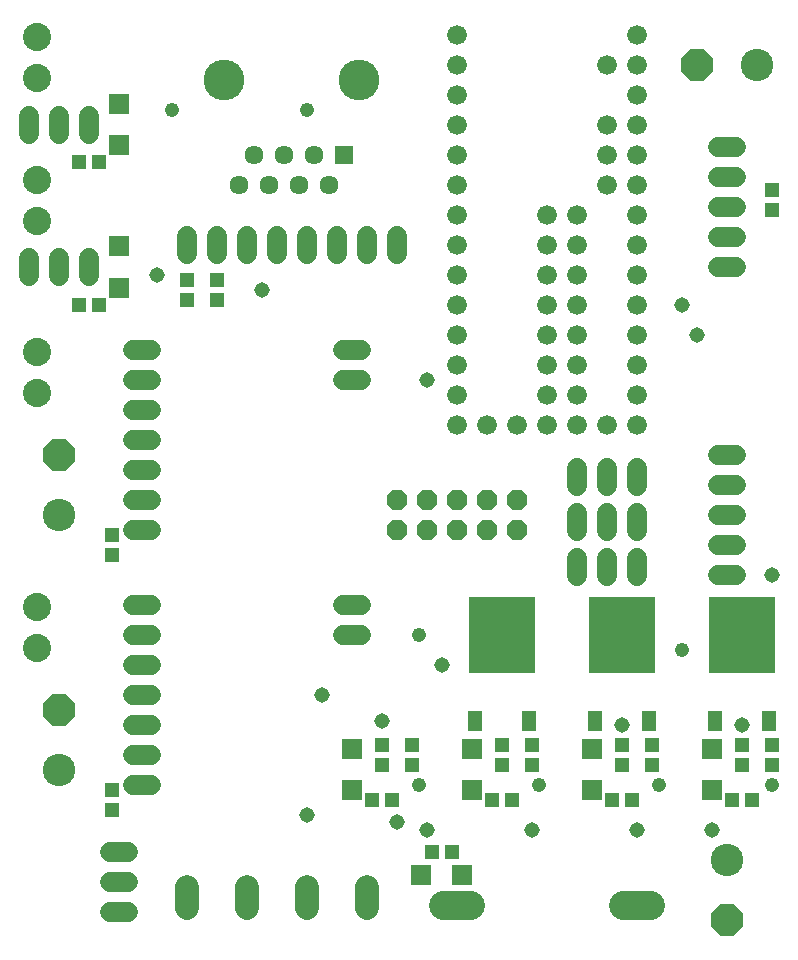
<source format=gts>
G75*
%MOIN*%
%OFA0B0*%
%FSLAX24Y24*%
%IPPOS*%
%LPD*%
%AMOC8*
5,1,8,0,0,1.08239X$1,22.5*
%
%ADD10C,0.1080*%
%ADD11OC8,0.1080*%
%ADD12R,0.0474X0.0513*%
%ADD13C,0.0965*%
%ADD14R,0.2206X0.2521*%
%ADD15R,0.0474X0.0710*%
%ADD16R,0.0671X0.0671*%
%ADD17R,0.0513X0.0474*%
%ADD18C,0.0680*%
%ADD19C,0.0660*%
%ADD20C,0.0785*%
%ADD21C,0.0940*%
%ADD22OC8,0.0680*%
%ADD23C,0.0634*%
%ADD24R,0.0634X0.0634*%
%ADD25C,0.1360*%
%ADD26C,0.0516*%
%ADD27C,0.0476*%
D10*
X002430Y006180D03*
X002430Y014680D03*
X024680Y003180D03*
X025680Y029680D03*
D11*
X023680Y029680D03*
X002430Y016680D03*
X002430Y008180D03*
X024680Y001180D03*
D12*
X024845Y005180D03*
X025515Y005180D03*
X025180Y006345D03*
X025180Y007015D03*
X026180Y007015D03*
X026180Y006345D03*
X022180Y006345D03*
X022180Y007015D03*
X021180Y007015D03*
X021180Y006345D03*
X020845Y005180D03*
X021515Y005180D03*
X018180Y006345D03*
X018180Y007015D03*
X017180Y007015D03*
X017180Y006345D03*
X016845Y005180D03*
X017515Y005180D03*
X015515Y003430D03*
X014845Y003430D03*
X013515Y005180D03*
X012845Y005180D03*
X013180Y006345D03*
X013180Y007015D03*
X014180Y007015D03*
X014180Y006345D03*
X003765Y021680D03*
X003095Y021680D03*
X003095Y026430D03*
X003765Y026430D03*
D13*
X015238Y001680D02*
X016123Y001680D01*
X021238Y001680D02*
X022123Y001680D01*
D14*
X021180Y010664D03*
X017180Y010664D03*
X025180Y010664D03*
D15*
X024282Y007790D03*
X026078Y007790D03*
X022078Y007790D03*
X020282Y007790D03*
X018078Y007790D03*
X016282Y007790D03*
D16*
X016180Y006869D03*
X016180Y005491D03*
X015869Y002680D03*
X014491Y002680D03*
X012180Y005491D03*
X012180Y006869D03*
X020180Y006869D03*
X020180Y005491D03*
X024180Y005491D03*
X024180Y006869D03*
X004430Y022241D03*
X004430Y023619D03*
X004430Y026991D03*
X004430Y028369D03*
D17*
X006680Y022515D03*
X006680Y021845D03*
X007680Y021845D03*
X007680Y022515D03*
X004180Y014015D03*
X004180Y013345D03*
X004180Y005515D03*
X004180Y004845D03*
X026180Y024845D03*
X026180Y025515D03*
D18*
X004730Y001430D02*
X004130Y001430D01*
X004130Y002430D02*
X004730Y002430D01*
X004730Y003430D02*
X004130Y003430D01*
X004880Y005680D02*
X005480Y005680D01*
X005480Y006680D02*
X004880Y006680D01*
X004880Y007680D02*
X005480Y007680D01*
X005480Y008680D02*
X004880Y008680D01*
X004880Y009680D02*
X005480Y009680D01*
X005480Y010680D02*
X004880Y010680D01*
X004880Y011680D02*
X005480Y011680D01*
X005480Y014180D02*
X004880Y014180D01*
X004880Y015180D02*
X005480Y015180D01*
X005480Y016180D02*
X004880Y016180D01*
X004880Y017180D02*
X005480Y017180D01*
X005480Y018180D02*
X004880Y018180D01*
X004880Y019180D02*
X005480Y019180D01*
X005480Y020180D02*
X004880Y020180D01*
X003430Y022630D02*
X003430Y023230D01*
X002430Y023230D02*
X002430Y022630D01*
X001430Y022630D02*
X001430Y023230D01*
X001430Y027380D02*
X001430Y027980D01*
X002430Y027980D02*
X002430Y027380D01*
X003430Y027380D02*
X003430Y027980D01*
X006680Y023980D02*
X006680Y023380D01*
X007680Y023380D02*
X007680Y023980D01*
X008680Y023980D02*
X008680Y023380D01*
X009680Y023380D02*
X009680Y023980D01*
X010680Y023980D02*
X010680Y023380D01*
X011680Y023380D02*
X011680Y023980D01*
X012680Y023980D02*
X012680Y023380D01*
X013680Y023380D02*
X013680Y023980D01*
X012480Y020180D02*
X011880Y020180D01*
X011880Y019180D02*
X012480Y019180D01*
X012480Y011680D02*
X011880Y011680D01*
X011880Y010680D02*
X012480Y010680D01*
X019680Y012630D02*
X019680Y013230D01*
X019680Y014130D02*
X019680Y014730D01*
X019680Y015630D02*
X019680Y016230D01*
X020680Y016230D02*
X020680Y015630D01*
X020680Y014730D02*
X020680Y014130D01*
X020680Y013230D02*
X020680Y012630D01*
X021680Y012630D02*
X021680Y013230D01*
X021680Y014130D02*
X021680Y014730D01*
X021680Y015630D02*
X021680Y016230D01*
X024380Y016680D02*
X024980Y016680D01*
X024980Y015680D02*
X024380Y015680D01*
X024380Y014680D02*
X024980Y014680D01*
X024980Y013680D02*
X024380Y013680D01*
X024380Y012680D02*
X024980Y012680D01*
X024980Y022930D02*
X024380Y022930D01*
X024380Y023930D02*
X024980Y023930D01*
X024980Y024930D02*
X024380Y024930D01*
X024380Y025930D02*
X024980Y025930D01*
X024980Y026930D02*
X024380Y026930D01*
D19*
X021680Y026680D03*
X021680Y025680D03*
X021680Y024680D03*
X021680Y023680D03*
X021680Y022680D03*
X021680Y021680D03*
X021680Y020680D03*
X021680Y019680D03*
X021680Y018680D03*
X021680Y017680D03*
X020680Y017680D03*
X019680Y017680D03*
X019680Y018680D03*
X019680Y019680D03*
X019680Y020680D03*
X019680Y021680D03*
X018680Y021680D03*
X018680Y020680D03*
X018680Y019680D03*
X018680Y018680D03*
X018680Y017680D03*
X017680Y017680D03*
X016680Y017680D03*
X015680Y017680D03*
X015680Y018680D03*
X015680Y019680D03*
X015680Y020680D03*
X015680Y021680D03*
X015680Y022680D03*
X015680Y023680D03*
X015680Y024680D03*
X015680Y025680D03*
X015680Y026680D03*
X015680Y027680D03*
X015680Y028680D03*
X015680Y029680D03*
X015680Y030680D03*
X020680Y029680D03*
X021680Y029680D03*
X021680Y028680D03*
X021680Y027680D03*
X020680Y027680D03*
X020680Y026680D03*
X020680Y025680D03*
X019680Y024680D03*
X019680Y023680D03*
X019680Y022680D03*
X018680Y022680D03*
X018680Y023680D03*
X018680Y024680D03*
X021680Y030680D03*
D20*
X012680Y002283D02*
X012680Y001578D01*
X010680Y001578D02*
X010680Y002283D01*
X008680Y002283D02*
X008680Y001578D01*
X006680Y001578D02*
X006680Y002283D01*
D21*
X001680Y010221D03*
X001680Y011599D03*
X001680Y018721D03*
X001680Y020099D03*
X001680Y024471D03*
X001680Y025849D03*
X001680Y029221D03*
X001680Y030599D03*
D22*
X013680Y015180D03*
X013680Y014180D03*
X014680Y014180D03*
X014680Y015180D03*
X015680Y015180D03*
X015680Y014180D03*
X016680Y014180D03*
X016680Y015180D03*
X017680Y015180D03*
X017680Y014180D03*
D23*
X011430Y025680D03*
X010430Y025680D03*
X009930Y026680D03*
X010930Y026680D03*
X009430Y025680D03*
X008930Y026680D03*
X008430Y025680D03*
D24*
X011930Y026680D03*
D25*
X012430Y029180D03*
X007930Y029180D03*
D26*
X005680Y022680D03*
X009180Y022180D03*
X014680Y019180D03*
X015180Y009680D03*
X013180Y007790D03*
X011180Y008680D03*
X010680Y004680D03*
X013680Y004430D03*
X014680Y004180D03*
X018180Y004180D03*
X021180Y007680D03*
X021680Y004180D03*
X024180Y004180D03*
X025180Y007680D03*
X026180Y012680D03*
X023680Y020680D03*
X023180Y021680D03*
D27*
X014430Y010680D03*
X014430Y005680D03*
X018430Y005680D03*
X022430Y005680D03*
X026180Y005680D03*
X023180Y010180D03*
X010680Y028180D03*
X006180Y028180D03*
M02*

</source>
